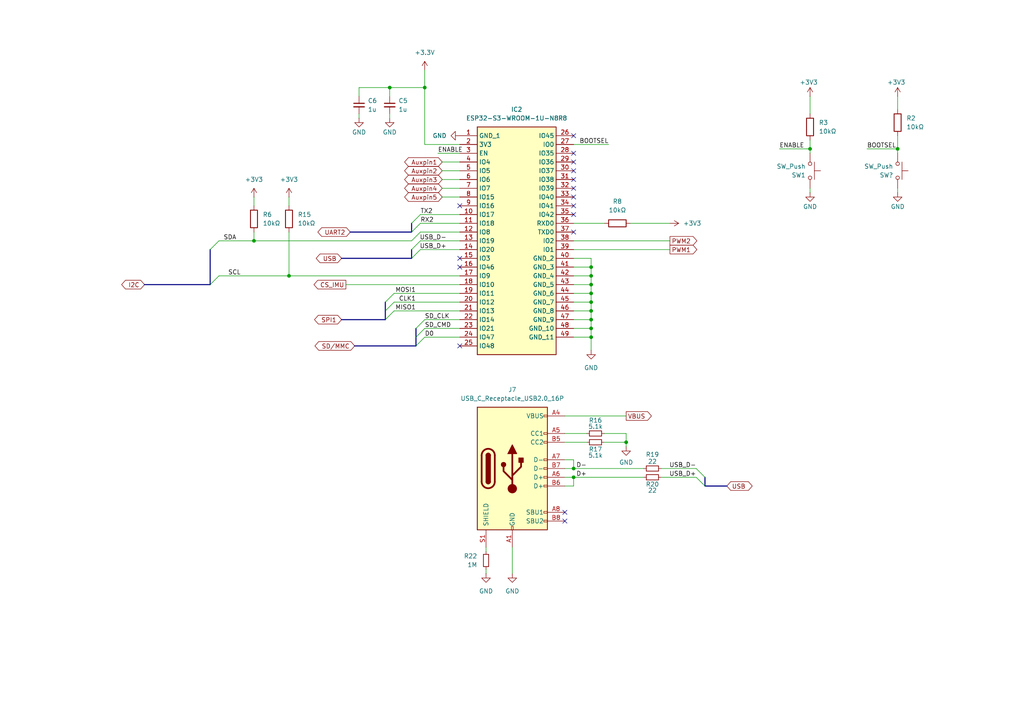
<source format=kicad_sch>
(kicad_sch (version 20250114) (generator "eeschema") (generator_version "9.0")
  (paper "A4")
  (lib_symbols
    (symbol "Connector:USB_C_Receptacle_USB2.0_16P" (pin_names (offset 1.016))
      (property "Reference" "J" (at 0 22.225 0))
      (property "Value" "USB_C_Receptacle_USB2.0_16P" (at 0 19.685 0))
      (symbol "USB_C_Receptacle_USB2.0_16P_0_0"
        (rectangle (start -0.254 -17.78) (end 0.254 -16.764))
        (rectangle (start 10.16 15.494) (end 9.144 14.986))
        (rectangle (start 10.16 10.414) (end 9.144 9.906))
        (rectangle (start 10.16 7.874) (end 9.144 7.366))
        (rectangle (start 10.16 2.794) (end 9.144 2.286))
        (rectangle (start 10.16 0.254) (end 9.144 -0.254))
        (rectangle (start 10.16 -2.286) (end 9.144 -2.794))
        (rectangle (start 10.16 -4.826) (end 9.144 -5.334))
        (rectangle (start 10.16 -12.446) (end 9.144 -12.954))
        (rectangle (start 10.16 -14.986) (end 9.144 -15.494))
      )
      (symbol "USB_C_Receptacle_USB2.0_16P_0_1"
        (rectangle (start -10.16 17.78) (end 10.16 -17.78) (stroke (width 0.254)) (fill (type background)))
        (polyline (pts (xy -8.89 -3.81) (xy -8.89 3.81)) (stroke (width 0.508)))
        (rectangle (start -7.62 -3.81) (end -6.35 3.81) (stroke (width 0.254)) (fill (type outline)))
        (arc (start -7.62 3.81) (mid -6.985 4.4423) (end -6.35 3.81) (stroke (width 0.254)))
        (arc (start -7.62 3.81) (mid -6.985 4.4423) (end -6.35 3.81) (stroke (width 0.254)) (fill (type outline)))
        (arc (start -8.89 3.81) (mid -6.985 5.7067) (end -5.08 3.81) (stroke (width 0.508)))
        (arc (start -5.08 -3.81) (mid -6.985 -5.7067) (end -8.89 -3.81) (stroke (width 0.508)))
        (arc (start -6.35 -3.81) (mid -6.985 -4.4423) (end -7.62 -3.81) (stroke (width 0.254)))
        (arc (start -6.35 -3.81) (mid -6.985 -4.4423) (end -7.62 -3.81) (stroke (width 0.254)) (fill (type outline)))
        (polyline (pts (xy -5.08 3.81) (xy -5.08 -3.81)) (stroke (width 0.508)))
        (circle (center -2.54 1.143) (radius 0.635) (stroke (width 0.254)) (fill (type outline)))
        (polyline (pts (xy -1.27 4.318) (xy 0 6.858) (xy 1.27 4.318) (xy -1.27 4.318)) (stroke (width 0.254)) (fill (type outline)))
        (polyline (pts (xy 0 -2.032) (xy 2.54 0.508) (xy 2.54 1.778)) (stroke (width 0.508)))
        (polyline (pts (xy 0 -3.302) (xy -2.54 -0.762) (xy -2.54 0.508)) (stroke (width 0.508)))
        (polyline (pts (xy 0 -5.842) (xy 0 4.318)) (stroke (width 0.508)))
        (circle (center 0 -5.842) (radius 1.27) (fill (type outline)))
        (rectangle (start 1.905 1.778) (end 3.175 3.048) (stroke (width 0.254)) (fill (type outline)))
      )
      (symbol "USB_C_Receptacle_USB2.0_16P_1_1"
        (pin passive line (at -7.62 -22.86 90) (length 5.08) (name "SHIELD") (number "S1"))
        (pin passive line (at 0 -22.86 90) (length 5.08) (name "GND") (number "A1"))
        (pin passive line (at 0 -22.86 90) (length 5.08) (hide yes) (name "GND") (number "A12"))
        (pin passive line (at 0 -22.86 90) (length 5.08) (hide yes) (name "GND") (number "B1"))
        (pin passive line (at 0 -22.86 90) (length 5.08) (hide yes) (name "GND") (number "B12"))
        (pin passive line (at 15.24 15.24 180) (length 5.08) (name "VBUS") (number "A4"))
        (pin passive line (at 15.24 15.24 180) (length 5.08) (hide yes) (name "VBUS") (number "A9"))
        (pin passive line (at 15.24 15.24 180) (length 5.08) (hide yes) (name "VBUS") (number "B4"))
        (pin passive line (at 15.24 15.24 180) (length 5.08) (hide yes) (name "VBUS") (number "B9"))
        (pin bidirectional line (at 15.24 10.16 180) (length 5.08) (name "CC1") (number "A5"))
        (pin bidirectional line (at 15.24 7.62 180) (length 5.08) (name "CC2") (number "B5"))
        (pin bidirectional line (at 15.24 2.54 180) (length 5.08) (name "D-") (number "A7"))
        (pin bidirectional line (at 15.24 0 180) (length 5.08) (name "D-") (number "B7"))
        (pin bidirectional line (at 15.24 -2.54 180) (length 5.08) (name "D+") (number "A6"))
        (pin bidirectional line (at 15.24 -5.08 180) (length 5.08) (name "D+") (number "B6"))
        (pin bidirectional line (at 15.24 -12.7 180) (length 5.08) (name "SBU1") (number "A8"))
        (pin bidirectional line (at 15.24 -15.24 180) (length 5.08) (name "SBU2") (number "B8"))
      )
    )
    (symbol "Device:C_Small" (pin_numbers (hide yes)) (pin_names (offset 0.254) (hide yes))
      (property "Reference" "C" (at 0.254 1.778 0))
      (property "Value" "C_Small" (at 0.254 -2.032 0))
      (symbol "C_Small_0_1"
        (polyline (pts (xy -1.524 0.508) (xy 1.524 0.508)) (stroke (width 0.3048)))
        (polyline (pts (xy -1.524 -0.508) (xy 1.524 -0.508)) (stroke (width 0.3302)))
      )
      (symbol "C_Small_1_1"
        (pin passive line (at 0 2.54 270) (length 2.032) (name "~") (number "1"))
        (pin passive line (at 0 -2.54 90) (length 2.032) (name "~") (number "2"))
      )
    )
    (symbol "Device:R" (pin_numbers (hide yes)) (pin_names (offset 0))
      (property "Reference" "R" (at 2.032 0 90))
      (property "Value" "R" (at 0 0 90))
      (symbol "R_0_1"
        (rectangle (start -1.016 -2.54) (end 1.016 2.54) (stroke (width 0.254)))
      )
      (symbol "R_1_1"
        (pin passive line (at 0 3.81 270) (length 1.27) (name "~") (number "1"))
        (pin passive line (at 0 -3.81 90) (length 1.27) (name "~") (number "2"))
      )
    )
    (symbol "Device:R_Small" (pin_numbers (hide yes)) (pin_names (offset 0.254) (hide yes))
      (property "Reference" "R" (at 0 0 90))
      (property "Value" "R_Small" (at 1.778 0 90))
      (symbol "R_Small_0_1"
        (rectangle (start -0.762 1.778) (end 0.762 -1.778) (stroke (width 0.2032)))
      )
      (symbol "R_Small_1_1"
        (pin passive line (at 0 2.54 270) (length 0.762) (name "~") (number "1"))
        (pin passive line (at 0 -2.54 90) (length 0.762) (name "~") (number "2"))
      )
    )
    (symbol "ESP32-S3-WROOM-1U-N8R8:ESP32-S3-WROOM-1U-N8R8"
      (property "Reference" "IC" (at 29.21 7.62 0))
      (property "Value" "ESP32-S3-WROOM-1U-N8R8" (at 29.21 5.08 0))
      (symbol "ESP32-S3-WROOM-1U-N8R8_1_1"
        (rectangle (start 5.08 2.54) (end 27.94 -63.5) (stroke (width 0.254)) (fill (type background)))
        (pin passive line (at 0 0 0) (length 5.08) (name "GND_1") (number "1"))
        (pin passive line (at 0 -2.54 0) (length 5.08) (name "3V3") (number "2"))
        (pin passive line (at 0 -5.08 0) (length 5.08) (name "EN") (number "3"))
        (pin passive line (at 0 -7.62 0) (length 5.08) (name "IO4") (number "4"))
        (pin passive line (at 0 -10.16 0) (length 5.08) (name "IO5") (number "5"))
        (pin passive line (at 0 -12.7 0) (length 5.08) (name "IO6") (number "6"))
        (pin passive line (at 0 -15.24 0) (length 5.08) (name "IO7") (number "7"))
        (pin passive line (at 0 -17.78 0) (length 5.08) (name "IO15") (number "8"))
        (pin passive line (at 0 -20.32 0) (length 5.08) (name "IO16") (number "9"))
        (pin passive line (at 0 -22.86 0) (length 5.08) (name "IO17") (number "10"))
        (pin passive line (at 0 -25.4 0) (length 5.08) (name "IO18") (number "11"))
        (pin passive line (at 0 -27.94 0) (length 5.08) (name "IO8") (number "12"))
        (pin passive line (at 0 -30.48 0) (length 5.08) (name "IO19") (number "13"))
        (pin passive line (at 0 -33.02 0) (length 5.08) (name "IO20") (number "14"))
        (pin passive line (at 0 -35.56 0) (length 5.08) (name "IO3") (number "15"))
        (pin passive line (at 0 -38.1 0) (length 5.08) (name "IO46") (number "16"))
        (pin passive line (at 0 -40.64 0) (length 5.08) (name "IO9") (number "17"))
        (pin passive line (at 0 -43.18 0) (length 5.08) (name "IO10") (number "18"))
        (pin passive line (at 0 -45.72 0) (length 5.08) (name "IO11") (number "19"))
        (pin passive line (at 0 -48.26 0) (length 5.08) (name "IO12") (number "20"))
        (pin passive line (at 0 -50.8 0) (length 5.08) (name "IO13") (number "21"))
        (pin passive line (at 0 -53.34 0) (length 5.08) (name "IO14") (number "22"))
        (pin passive line (at 0 -55.88 0) (length 5.08) (name "IO21") (number "23"))
        (pin passive line (at 0 -58.42 0) (length 5.08) (name "IO47") (number "24"))
        (pin passive line (at 0 -60.96 0) (length 5.08) (name "IO48") (number "25"))
        (pin passive line (at 33.02 0 180) (length 5.08) (name "IO45") (number "26"))
        (pin passive line (at 33.02 -2.54 180) (length 5.08) (name "IO0") (number "27"))
        (pin passive line (at 33.02 -5.08 180) (length 5.08) (name "IO35") (number "28"))
        (pin passive line (at 33.02 -7.62 180) (length 5.08) (name "IO36") (number "29"))
        (pin passive line (at 33.02 -10.16 180) (length 5.08) (name "IO37") (number "30"))
        (pin passive line (at 33.02 -12.7 180) (length 5.08) (name "IO38") (number "31"))
        (pin passive line (at 33.02 -15.24 180) (length 5.08) (name "IO39") (number "32"))
        (pin passive line (at 33.02 -17.78 180) (length 5.08) (name "IO40") (number "33"))
        (pin passive line (at 33.02 -20.32 180) (length 5.08) (name "IO41") (number "34"))
        (pin passive line (at 33.02 -22.86 180) (length 5.08) (name "IO42") (number "35"))
        (pin passive line (at 33.02 -25.4 180) (length 5.08) (name "RXD0") (number "36"))
        (pin passive line (at 33.02 -27.94 180) (length 5.08) (name "TXD0") (number "37"))
        (pin passive line (at 33.02 -30.48 180) (length 5.08) (name "IO2") (number "38"))
        (pin passive line (at 33.02 -33.02 180) (length 5.08) (name "IO1") (number "39"))
        (pin passive line (at 33.02 -35.56 180) (length 5.08) (name "GND_2") (number "40"))
        (pin passive line (at 33.02 -38.1 180) (length 5.08) (name "GND_3") (number "41"))
        (pin passive line (at 33.02 -40.64 180) (length 5.08) (name "GND_4") (number "42"))
        (pin passive line (at 33.02 -43.18 180) (length 5.08) (name "GND_5") (number "43"))
        (pin passive line (at 33.02 -45.72 180) (length 5.08) (name "GND_6") (number "44"))
        (pin passive line (at 33.02 -48.26 180) (length 5.08) (name "GND_7") (number "45"))
        (pin passive line (at 33.02 -50.8 180) (length 5.08) (name "GND_8") (number "46"))
        (pin passive line (at 33.02 -53.34 180) (length 5.08) (name "GND_9") (number "47"))
        (pin passive line (at 33.02 -55.88 180) (length 5.08) (name "GND_10") (number "48"))
        (pin passive line (at 33.02 -58.42 180) (length 5.08) (name "GND_11") (number "49"))
      )
    )
    (symbol "Switch:SW_Push" (pin_numbers (hide yes)) (pin_names (offset 1.016) (hide yes))
      (property "Reference" "SW" (at 1.27 2.54 0))
      (property "Value" "SW_Push" (at 0 -1.524 0))
      (symbol "SW_Push_0_1"
        (circle (center -2.032 0) (radius 0.508))
        (polyline (pts (xy 0 1.27) (xy 0 3.048)))
        (circle (center 2.032 0) (radius 0.508))
        (polyline (pts (xy 2.54 1.27) (xy -2.54 1.27)))
        (pin passive line (at -5.08 0 0) (length 2.54) (name "1") (number "1"))
        (pin passive line (at 5.08 0 180) (length 2.54) (name "2") (number "2"))
      )
    )
    (symbol "power:+3.3V" (power) (pin_numbers (hide yes)) (pin_names (offset 0) (hide yes))
      (property "Value" "+3.3V" (at 0 3.556 0))
      (symbol "+3.3V_0_1"
        (polyline (pts (xy -0.762 1.27) (xy 0 2.54)))
        (polyline (pts (xy 0 2.54) (xy 0.762 1.27)))
        (polyline (pts (xy 0 0) (xy 0 2.54)))
      )
      (symbol "+3.3V_1_1"
        (pin power_in line (at 0 0 90) (length 0) (name "~") (number "1"))
      )
    )
    (symbol "power:+3V3" (power) (pin_numbers (hide yes)) (pin_names (offset 0) (hide yes))
      (property "Value" "+3V3" (at 0 3.556 0))
      (symbol "+3V3_0_1"
        (polyline (pts (xy -0.762 1.27) (xy 0 2.54)))
        (polyline (pts (xy 0 2.54) (xy 0.762 1.27)))
        (polyline (pts (xy 0 0) (xy 0 2.54)))
      )
      (symbol "+3V3_1_1"
        (pin power_in line (at 0 0 90) (length 0) (name "~") (number "1"))
      )
    )
    (symbol "power:GND" (power) (pin_numbers (hide yes)) (pin_names (offset 0) (hide yes))
      (property "Value" "GND" (at 0 -3.81 0))
      (symbol "GND_0_1"
        (polyline (pts (xy 0 0) (xy 0 -1.27) (xy 1.27 -1.27) (xy 0 -2.54) (xy -1.27 -1.27) (xy 0 -1.27)))
      )
      (symbol "GND_1_1"
        (pin power_in line (at 0 0 270) (length 0) (name "~") (number "1"))
      )
    )
  )
  (junction (at 113.03 25.4))
  (junction (at 171.45 95.25))
  (junction (at 83.82 80.01))
  (junction (at 123.19 25.4))
  (junction (at 171.45 85.09))
  (junction (at 171.45 82.55))
  (junction (at 171.45 80.01))
  (junction (at 260.35 43.18))
  (junction (at 166.37 138.43))
  (junction (at 73.66 69.85))
  (junction (at 171.45 90.17))
  (junction (at 181.61 128.27))
  (junction (at 171.45 92.71))
  (junction (at 234.95 43.18))
  (junction (at 171.45 97.79))
  (junction (at 171.45 77.47))
  (junction (at 171.45 87.63))
  (junction (at 166.37 135.89))
  (no_connect (at 166.37 39.37))
  (no_connect (at 133.35 100.33))
  (no_connect (at 166.37 49.53))
  (no_connect (at 133.35 59.69))
  (no_connect (at 133.35 77.47))
  (no_connect (at 166.37 59.69))
  (no_connect (at 166.37 46.99))
  (no_connect (at 166.37 44.45))
  (no_connect (at 166.37 54.61))
  (no_connect (at 166.37 62.23))
  (no_connect (at 163.83 148.59))
  (no_connect (at 133.35 74.93))
  (no_connect (at 166.37 67.31))
  (no_connect (at 166.37 57.15))
  (no_connect (at 163.83 151.13))
  (no_connect (at 166.37 52.07))
  (bus_entry (at 63.5 69.85) (size -2.54 2.54))
  (bus_entry (at 119.38 67.31) (size 2.54 -2.54))
  (bus_entry (at 114.3 85.09) (size -2.54 2.54))
  (bus_entry (at 119.38 64.77) (size 2.54 -2.54))
  (bus_entry (at 201.93 138.43) (size 2.54 2.54))
  (bus_entry (at 119.38 72.39) (size 2.54 -2.54))
  (bus_entry (at 63.5 80.01) (size -2.54 2.54))
  (bus_entry (at 114.3 90.17) (size -2.54 2.54))
  (bus_entry (at 201.93 135.89) (size 2.54 2.54))
  (bus_entry (at 114.3 87.63) (size -2.54 2.54))
  (bus_entry (at 123.19 95.25) (size -2.54 2.54))
  (bus_entry (at 123.19 97.79) (size -2.54 2.54))
  (bus_entry (at 123.19 92.71) (size -2.54 2.54))
  (bus_entry (at 119.38 74.93) (size 2.54 -2.54))
  (wire (pts (xy 113.03 27.94) (xy 113.03 25.4)))
  (wire (pts (xy 226.06 43.18) (xy 234.95 43.18)))
  (bus (pts (xy 204.47 140.97) (xy 210.82 140.97)))
  (bus (pts (xy 60.96 72.39) (xy 60.96 82.55)))
  (wire (pts (xy 113.03 34.29) (xy 113.03 33.02)))
  (wire (pts (xy 128.27 46.99) (xy 133.35 46.99)))
  (wire (pts (xy 166.37 74.93) (xy 171.45 74.93)))
  (wire (pts (xy 166.37 135.89) (xy 186.69 135.89)))
  (bus (pts (xy 119.38 64.77) (xy 119.38 67.31)))
  (wire (pts (xy 123.19 92.71) (xy 133.35 92.71)))
  (wire (pts (xy 133.35 41.91) (xy 123.19 41.91)))
  (wire (pts (xy 260.35 27.94) (xy 260.35 31.75)))
  (wire (pts (xy 166.37 64.77) (xy 175.26 64.77)))
  (wire (pts (xy 104.14 25.4) (xy 113.03 25.4)))
  (wire (pts (xy 166.37 135.89) (xy 166.37 133.35)))
  (bus (pts (xy 41.91 82.55) (xy 60.96 82.55)))
  (wire (pts (xy 163.83 128.27) (xy 170.18 128.27)))
  (wire (pts (xy 171.45 80.01) (xy 171.45 82.55)))
  (wire (pts (xy 171.45 90.17) (xy 171.45 92.71)))
  (wire (pts (xy 260.35 39.37) (xy 260.35 43.18)))
  (wire (pts (xy 182.88 64.77) (xy 194.31 64.77)))
  (wire (pts (xy 166.37 85.09) (xy 171.45 85.09)))
  (wire (pts (xy 123.19 41.91) (xy 123.19 25.4)))
  (bus (pts (xy 111.76 87.63) (xy 111.76 90.17)))
  (bus (pts (xy 111.76 92.71) (xy 99.06 92.71)))
  (wire (pts (xy 175.26 128.27) (xy 181.61 128.27)))
  (wire (pts (xy 166.37 82.55) (xy 171.45 82.55)))
  (wire (pts (xy 260.35 55.88) (xy 260.35 54.61)))
  (wire (pts (xy 114.3 85.09) (xy 133.35 85.09)))
  (wire (pts (xy 166.37 133.35) (xy 163.83 133.35)))
  (wire (pts (xy 128.27 49.53) (xy 133.35 49.53)))
  (wire (pts (xy 113.03 25.4) (xy 123.19 25.4)))
  (bus (pts (xy 99.06 74.93) (xy 119.38 74.93)))
  (wire (pts (xy 163.83 135.89) (xy 166.37 135.89)))
  (wire (pts (xy 171.45 87.63) (xy 171.45 90.17)))
  (bus (pts (xy 119.38 72.39) (xy 119.38 74.93)))
  (wire (pts (xy 166.37 77.47) (xy 171.45 77.47)))
  (wire (pts (xy 140.97 165.1) (xy 140.97 166.37)))
  (wire (pts (xy 234.95 43.18) (xy 234.95 44.45)))
  (wire (pts (xy 163.83 125.73) (xy 170.18 125.73)))
  (wire (pts (xy 123.19 95.25) (xy 133.35 95.25)))
  (wire (pts (xy 181.61 125.73) (xy 181.61 128.27)))
  (wire (pts (xy 63.5 69.85) (xy 73.66 69.85)))
  (wire (pts (xy 166.37 87.63) (xy 171.45 87.63)))
  (wire (pts (xy 234.95 40.64) (xy 234.95 43.18)))
  (wire (pts (xy 121.92 67.31) (xy 133.35 67.31)))
  (wire (pts (xy 83.82 80.01) (xy 133.35 80.01)))
  (wire (pts (xy 260.35 43.18) (xy 260.35 44.45)))
  (wire (pts (xy 73.66 57.15) (xy 73.66 59.69)))
  (wire (pts (xy 166.37 138.43) (xy 163.83 138.43)))
  (wire (pts (xy 73.66 67.31) (xy 73.66 69.85)))
  (wire (pts (xy 194.31 69.85) (xy 166.37 69.85)))
  (wire (pts (xy 127 44.45) (xy 133.35 44.45)))
  (wire (pts (xy 166.37 97.79) (xy 171.45 97.79)))
  (wire (pts (xy 171.45 97.79) (xy 171.45 101.6)))
  (wire (pts (xy 140.97 160.02) (xy 140.97 158.75)))
  (wire (pts (xy 166.37 90.17) (xy 171.45 90.17)))
  (wire (pts (xy 166.37 95.25) (xy 171.45 95.25)))
  (wire (pts (xy 128.27 57.15) (xy 133.35 57.15)))
  (wire (pts (xy 181.61 128.27) (xy 181.61 129.54)))
  (wire (pts (xy 163.83 120.65) (xy 181.61 120.65)))
  (wire (pts (xy 73.66 69.85) (xy 119.38 69.85)))
  (wire (pts (xy 175.26 125.73) (xy 181.61 125.73)))
  (bus (pts (xy 102.87 100.33) (xy 120.65 100.33)))
  (wire (pts (xy 114.3 87.63) (xy 133.35 87.63)))
  (wire (pts (xy 171.45 92.71) (xy 171.45 95.25)))
  (bus (pts (xy 120.65 97.79) (xy 120.65 100.33)))
  (wire (pts (xy 148.59 158.75) (xy 148.59 166.37)))
  (wire (pts (xy 123.19 97.79) (xy 133.35 97.79)))
  (wire (pts (xy 63.5 80.01) (xy 83.82 80.01)))
  (wire (pts (xy 171.45 74.93) (xy 171.45 77.47)))
  (wire (pts (xy 104.14 27.94) (xy 104.14 25.4)))
  (wire (pts (xy 166.37 72.39) (xy 194.31 72.39)))
  (wire (pts (xy 234.95 27.94) (xy 234.95 33.02)))
  (wire (pts (xy 163.83 140.97) (xy 166.37 140.97)))
  (bus (pts (xy 204.47 138.43) (xy 204.47 140.97)))
  (wire (pts (xy 83.82 67.31) (xy 83.82 80.01)))
  (wire (pts (xy 133.35 72.39) (xy 121.92 72.39)))
  (wire (pts (xy 234.95 55.88) (xy 234.95 54.61)))
  (wire (pts (xy 83.82 57.15) (xy 83.82 59.69)))
  (wire (pts (xy 191.77 135.89) (xy 201.93 135.89)))
  (wire (pts (xy 128.27 52.07) (xy 133.35 52.07)))
  (wire (pts (xy 121.92 62.23) (xy 133.35 62.23)))
  (bus (pts (xy 101.6 67.31) (xy 119.38 67.31)))
  (wire (pts (xy 121.92 67.31) (xy 119.38 69.85)))
  (wire (pts (xy 121.92 64.77) (xy 133.35 64.77)))
  (wire (pts (xy 104.14 34.29) (xy 104.14 33.02)))
  (wire (pts (xy 251.46 43.18) (xy 260.35 43.18)))
  (wire (pts (xy 171.45 95.25) (xy 171.45 97.79)))
  (wire (pts (xy 166.37 140.97) (xy 166.37 138.43)))
  (wire (pts (xy 171.45 85.09) (xy 171.45 87.63)))
  (wire (pts (xy 191.77 138.43) (xy 201.93 138.43)))
  (wire (pts (xy 166.37 80.01) (xy 171.45 80.01)))
  (wire (pts (xy 123.19 25.4) (xy 123.19 20.32)))
  (wire (pts (xy 128.27 54.61) (xy 133.35 54.61)))
  (wire (pts (xy 166.37 138.43) (xy 186.69 138.43)))
  (wire (pts (xy 171.45 82.55) (xy 171.45 85.09)))
  (wire (pts (xy 100.33 82.55) (xy 133.35 82.55)))
  (wire (pts (xy 166.37 41.91) (xy 176.53 41.91)))
  (wire (pts (xy 121.92 69.85) (xy 133.35 69.85)))
  (bus (pts (xy 120.65 95.25) (xy 120.65 97.79)))
  (bus (pts (xy 111.76 90.17) (xy 111.76 92.71)))
  (wire (pts (xy 166.37 92.71) (xy 171.45 92.71)))
  (wire (pts (xy 171.45 77.47) (xy 171.45 80.01)))
  (wire (pts (xy 114.3 90.17) (xy 133.35 90.17)))
  (label "RX2" (at 121.92 64.77 0))
  (label "MISO1" (at 120.65 90.17 180))
  (label "BOOTSEL" (at 251.46 43.18 0))
  (label "SD_CMD" (at 123.19 95.25 0))
  (label "BOOTSEL" (at 176.53 41.91 180))
  (label "MOSI1" (at 120.65 85.09 180))
  (label "SDA" (at 68.58 69.85 180))
  (label "USB_D+" (at 129.54 72.39 180))
  (label "USB_D-" (at 129.54 69.85 180))
  (label "SD_CLK" (at 123.19 92.71 0))
  (label "D-" (at 170.18 135.89 180))
  (label "D0" (at 123.19 97.79 0))
  (label "TX2" (at 121.92 62.23 0))
  (label "CLK1" (at 120.65 87.63 180))
  (label "SCL" (at 69.85 80.01 180))
  (label "ENABLE" (at 127 44.45 0))
  (label "D+" (at 170.18 138.43 180))
  (label "USB_D+" (at 201.93 138.43 180))
  (label "ENABLE" (at 226.06 43.18 0))
  (label "USB_D-" (at 201.93 135.89 180))
  (global_label "VBUS" (shape output) (at 181.61 120.65 0) (property "Intersheetrefs" "${INTERSHEET_REFS}" (effects (hide yes))))
  (global_label "Auxpin1" (shape bidirectional) (at 128.27 46.99 180) (property "Intersheetrefs" "${INTERSHEET_REFS}" (effects (hide yes))))
  (global_label "Auxpin3" (shape bidirectional) (at 128.27 52.07 180) (property "Intersheetrefs" "${INTERSHEET_REFS}" (effects (hide yes))))
  (global_label "CS_IMU" (shape output) (at 100.33 82.55 180) (property "Intersheetrefs" "${INTERSHEET_REFS}" (effects (hide yes))))
  (global_label "SPI1" (shape bidirectional) (at 99.06 92.71 180) (property "Intersheetrefs" "${INTERSHEET_REFS}" (effects (hide yes))))
  (global_label "Auxpin5" (shape bidirectional) (at 128.27 57.15 180) (property "Intersheetrefs" "${INTERSHEET_REFS}" (effects (hide yes))))
  (global_label "Auxpin4" (shape bidirectional) (at 128.27 54.61 180) (property "Intersheetrefs" "${INTERSHEET_REFS}" (effects (hide yes))))
  (global_label "UART2" (shape bidirectional) (at 101.6 67.31 180) (property "Intersheetrefs" "${INTERSHEET_REFS}" (effects (hide yes))))
  (global_label "SD{slash}MMC" (shape bidirectional) (at 102.87 100.33 180) (property "Intersheetrefs" "${INTERSHEET_REFS}" (effects (hide yes))))
  (global_label "PWM1" (shape output) (at 194.31 72.39 0) (property "Intersheetrefs" "${INTERSHEET_REFS}" (effects (hide yes))))
  (global_label "PWM2" (shape output) (at 194.31 69.85 0) (property "Intersheetrefs" "${INTERSHEET_REFS}" (effects (hide yes))))
  (global_label "USB" (shape bidirectional) (at 99.06 74.93 180) (property "Intersheetrefs" "${INTERSHEET_REFS}" (effects (hide yes))))
  (global_label "Auxpin2" (shape bidirectional) (at 128.27 49.53 180) (property "Intersheetrefs" "${INTERSHEET_REFS}" (effects (hide yes))))
  (global_label "I2C" (shape bidirectional) (at 41.91 82.55 180) (property "Intersheetrefs" "${INTERSHEET_REFS}" (effects (hide yes))))
  (global_label "USB" (shape bidirectional) (at 210.82 140.97 0) (property "Intersheetrefs" "${INTERSHEET_REFS}" (effects (hide yes))))
  (symbol (lib_id "power:GND") (at 140.97 166.37 0) (unit 1)
    (property "Reference" "#PWR031" (effects (hide yes)))
    (property "Value" "GND" (at 140.97 171.45 0))
    (property "Description" "Power symbol creates a global label with name \"GND\" , ground" (effects (hide yes)))
  )
  (symbol (lib_id "Device:R") (at 260.35 35.56 0) (mirror y) (unit 1)
    (property "Reference" "R2" (at 262.89 34.2899 0) (effects (justify right)))
    (property "Value" "10kΩ" (at 262.89 36.8299 0) (effects (justify right)))
    (property "Footprint" "Resistor_SMD:R_0603_1608Metric_Pad0.98x0.95mm_HandSolder" (effects (hide yes)))
    (property "Description" "Resistor" (effects (hide yes)))
  )
  (symbol (lib_id "power:GND") (at 234.95 55.88 0) (mirror y) (unit 1)
    (property "Reference" "#PWR048" (effects (hide yes)))
    (property "Value" "GND" (at 234.95 59.944 0))
    (property "Description" "Power symbol creates a global label with name \"GND\" , ground" (effects (hide yes)))
  )
  (symbol (lib_id "Device:R_Small") (at 172.72 125.73 270) (mirror x) (unit 1)
    (property "Reference" "R16" (at 172.72 121.92 90))
    (property "Value" "5.1k" (at 172.72 123.698 90))
    (property "Footprint" "Resistor_SMD:R_0603_1608Metric_Pad0.98x0.95mm_HandSolder" (effects (hide yes)))
    (property "Description" "Resistor, small symbol" (effects (hide yes)))
  )
  (symbol (lib_id "Device:R") (at 73.66 63.5 180) (unit 1)
    (property "Reference" "R6" (at 76.2 62.2299 0) (effects (justify right)))
    (property "Value" "10kΩ" (at 76.2 64.7699 0) (effects (justify right)))
    (property "Footprint" "Resistor_SMD:R_0603_1608Metric_Pad0.98x0.95mm_HandSolder" (effects (hide yes)))
    (property "Description" "Resistor" (effects (hide yes)))
  )
  (symbol (lib_id "Device:C_Small") (at 113.03 30.48 0) (unit 1)
    (property "Reference" "C5" (at 115.57 29.2162 0) (effects (justify left)))
    (property "Value" "1u" (at 115.57 31.7562 0) (effects (justify left)))
    (property "Footprint" "Capacitor_SMD:C_0603_1608Metric_Pad1.08x0.95mm_HandSolder" (effects (hide yes)))
    (property "Description" "Unpolarized capacitor, small symbol" (effects (hide yes)))
  )
  (symbol (lib_id "power:+3V3") (at 73.66 57.15 0) (unit 1)
    (property "Reference" "#PWR011" (effects (hide yes)))
    (property "Value" "+3V3" (at 73.66 52.07 0))
    (property "Description" "Power symbol creates a global label with name \"+3V3\"" (effects (hide yes)))
  )
  (symbol (lib_id "Device:C_Small") (at 104.14 30.48 0) (unit 1)
    (property "Reference" "C6" (at 106.68 29.2162 0) (effects (justify left)))
    (property "Value" "1u" (at 106.68 31.7562 0) (effects (justify left)))
    (property "Footprint" "Capacitor_SMD:C_0603_1608Metric_Pad1.08x0.95mm_HandSolder" (effects (hide yes)))
    (property "Description" "Unpolarized capacitor, small symbol" (effects (hide yes)))
  )
  (symbol (lib_id "Switch:SW_Push") (at 260.35 49.53 270) (unit 1)
    (property "Reference" "SW?" (at 259.08 50.8001 90) (effects (justify right)))
    (property "Value" "SW_Push" (at 259.08 48.2601 90) (effects (justify right)))
    (property "Footprint" "Buttons:C4B1802110" (effects (hide yes)))
    (property "Description" "Push button switch, generic, two pins" (effects (hide yes)))
  )
  (symbol (lib_id "Connector:USB_C_Receptacle_USB2.0_16P") (at 148.59 135.89 0) (unit 1)
    (property "Reference" "J7" (at 148.59 113.03 0))
    (property "Value" "USB_C_Receptacle_USB2.0_16P" (at 148.59 115.57 0))
    (property "Footprint" "Connector_USB:USB_C_Receptacle_G-Switch_GT-USB-7010ASV" (effects (hide yes)))
    (property "Datasheet" "https://www.usb.org/sites/default/files/documents/usb_type-c.zip" (effects (hide yes)))
    (property "Description" "USB 2.0-only 16P Type-C Receptacle connector" (effects (hide yes)))
  )
  (symbol (lib_id "power:GND") (at 171.45 101.6 0) (unit 1)
    (property "Reference" "#PWR025" (effects (hide yes)))
    (property "Value" "GND" (at 171.45 106.68 0))
    (property "Description" "Power symbol creates a global label with name \"GND\" , ground" (effects (hide yes)))
  )
  (symbol (lib_id "power:GND") (at 260.35 55.88 0) (unit 1)
    (property "Reference" "#PWR?" (effects (hide yes)))
    (property "Value" "GND" (at 258.318 59.944 0) (effects (justify left)))
    (property "Description" "Power symbol creates a global label with name \"GND\" , ground" (effects (hide yes)))
  )
  (symbol (lib_id "Device:R_Small") (at 189.23 138.43 90) (mirror x) (unit 1)
    (property "Reference" "R20" (at 189.23 140.462 90))
    (property "Value" "22" (at 189.23 142.24 90))
    (property "Footprint" "Resistor_SMD:R_0603_1608Metric_Pad0.98x0.95mm_HandSolder" (effects (hide yes)))
    (property "Description" "Resistor, small symbol" (effects (hide yes)))
  )
  (symbol (lib_id "power:+3.3V") (at 123.19 20.32 0) (unit 1)
    (property "Reference" "#PWR032" (effects (hide yes)))
    (property "Value" "+3.3V" (at 123.19 15.24 0))
    (property "Description" "Power symbol creates a global label with name \"+3.3V\"" (effects (hide yes)))
  )
  (symbol (lib_id "power:GND") (at 104.14 34.29 0) (mirror y) (unit 1)
    (property "Reference" "#PWR034" (effects (hide yes)))
    (property "Value" "GND" (at 104.14 38.354 0))
    (property "Description" "Power symbol creates a global label with name \"GND\" , ground" (effects (hide yes)))
  )
  (symbol (lib_id "Device:R_Small") (at 172.72 128.27 90) (mirror x) (unit 1)
    (property "Reference" "R17" (at 172.72 130.302 90))
    (property "Value" "5.1k" (at 172.72 132.08 90))
    (property "Footprint" "Resistor_SMD:R_0603_1608Metric_Pad0.98x0.95mm_HandSolder" (effects (hide yes)))
    (property "Description" "Resistor, small symbol" (effects (hide yes)))
  )
  (symbol (lib_id "Device:R_Small") (at 140.97 162.56 0) (unit 1)
    (property "Reference" "R22" (at 138.43 161.2899 0) (effects (justify right)))
    (property "Value" "1M" (at 138.43 163.8299 0) (effects (justify right)))
    (property "Footprint" "Resistor_SMD:R_0603_1608Metric_Pad0.98x0.95mm_HandSolder" (effects (hide yes)))
    (property "Description" "Resistor, small symbol" (effects (hide yes)))
  )
  (symbol (lib_id "power:+3V3") (at 194.31 64.77 270) (unit 1)
    (property "Reference" "#PWR026" (effects (hide yes)))
    (property "Value" "+3V3" (at 198.12 64.7699 90) (effects (justify left)))
    (property "Description" "Power symbol creates a global label with name \"+3V3\"" (effects (hide yes)))
  )
  (symbol (lib_id "power:GND") (at 148.59 166.37 0) (unit 1)
    (property "Reference" "#PWR039" (effects (hide yes)))
    (property "Value" "GND" (at 148.59 171.45 0))
    (property "Description" "Power symbol creates a global label with name \"GND\" , ground" (effects (hide yes)))
  )
  (symbol (lib_id "power:GND") (at 181.61 129.54 0) (unit 1)
    (property "Reference" "#PWR049" (effects (hide yes)))
    (property "Value" "GND" (at 181.61 134.112 0))
    (property "Description" "Power symbol creates a global label with name \"GND\" , ground" (effects (hide yes)))
  )
  (symbol (lib_id "Device:R_Small") (at 189.23 135.89 90) (unit 1)
    (property "Reference" "R19" (at 189.23 131.826 90))
    (property "Value" "22" (at 189.23 133.858 90))
    (property "Footprint" "Resistor_SMD:R_0603_1608Metric_Pad0.98x0.95mm_HandSolder" (effects (hide yes)))
    (property "Description" "Resistor, small symbol" (effects (hide yes)))
  )
  (symbol (lib_id "Device:R") (at 83.82 63.5 180) (unit 1)
    (property "Reference" "R15" (at 86.36 62.2299 0) (effects (justify right)))
    (property "Value" "10kΩ" (at 86.36 64.7699 0) (effects (justify right)))
    (property "Footprint" "Resistor_SMD:R_0603_1608Metric_Pad0.98x0.95mm_HandSolder" (effects (hide yes)))
    (property "Description" "Resistor" (effects (hide yes)))
  )
  (symbol (lib_id "ESP32-S3-WROOM-1U-N8R8:ESP32-S3-WROOM-1U-N8R8") (at 133.35 39.37 0) (unit 1)
    (property "Reference" "IC2" (at 149.86 31.75 0))
    (property "Value" "ESP32-S3-WROOM-1U-N8R8" (at 149.86 34.29 0))
    (property "Footprint" "ESP32S3WROOM1UN8R8" (effects (hide yes)))
    (property "Datasheet" "https://www.espressif.com/sites/default/files/documentation/esp32-s3-wroom-1_wroom-1u_datasheet_en.pdf" (effects (hide yes)))
    (property "Description" "Multiprotocol Modules SMD Module, ESP32-S3R8, 8 MB Octal PSRAM Die, 8 MB Quad SPI Flash, IPEX Antenna Connector" (effects (hide yes)))
    (property "Height" "3.35" (effects (hide yes)))
    (property "Mouser Part Number" "356-ESP32S3WRM1UN8R8" (effects (hide yes)))
    (property "Mouser Price/Stock" "https://www.mouser.co.uk/ProductDetail/Espressif-Systems/ESP32-S3-WROOM-1U-N8R8?qs=Li%252BoUPsLEnvOglIa3CypaQ%3D%3D" (effects (hide yes)))
    (property "Manufacturer_Name" "Espressif Systems" (effects (hide yes)))
    (property "Manufacturer_Part_Number" "ESP32-S3-WROOM-1U-N8R8" (effects (hide yes)))
  )
  (symbol (lib_id "power:+3V3") (at 260.35 27.94 0) (mirror y) (unit 1)
    (property "Reference" "#PWR013" (effects (hide yes)))
    (property "Value" "+3V3" (at 257.302 23.876 0) (effects (justify right)))
    (property "Description" "Power symbol creates a global label with name \"+3V3\"" (effects (hide yes)))
  )
  (symbol (lib_id "power:+3V3") (at 83.82 57.15 0) (unit 1)
    (property "Reference" "#PWR037" (effects (hide yes)))
    (property "Value" "+3V3" (at 83.82 52.07 0))
    (property "Description" "Power symbol creates a global label with name \"+3V3\"" (effects (hide yes)))
  )
  (symbol (lib_id "power:+3V3") (at 234.95 27.94 0) (unit 1)
    (property "Reference" "#PWR015" (effects (hide yes)))
    (property "Value" "+3V3" (at 231.902 23.876 0) (effects (justify left)))
    (property "Description" "Power symbol creates a global label with name \"+3V3\"" (effects (hide yes)))
  )
  (symbol (lib_id "power:GND") (at 113.03 34.29 0) (mirror y) (unit 1)
    (property "Reference" "#PWR035" (effects (hide yes)))
    (property "Value" "GND" (at 113.03 38.354 0))
    (property "Description" "Power symbol creates a global label with name \"GND\" , ground" (effects (hide yes)))
  )
  (symbol (lib_id "Device:R") (at 234.95 36.83 180) (unit 1)
    (property "Reference" "R3" (at 237.49 35.5599 0) (effects (justify right)))
    (property "Value" "10kΩ" (at 237.49 38.0999 0) (effects (justify right)))
    (property "Footprint" "Resistor_SMD:R_0603_1608Metric_Pad0.98x0.95mm_HandSolder" (effects (hide yes)))
    (property "Description" "Resistor" (effects (hide yes)))
  )
  (symbol (lib_id "Switch:SW_Push") (at 234.95 49.53 270) (unit 1)
    (property "Reference" "SW1" (at 233.68 50.8001 90) (effects (justify right)))
    (property "Value" "SW_Push" (at 233.68 48.2601 90) (effects (justify right)))
    (property "Footprint" "Buttons:C4B1802110" (effects (hide yes)))
    (property "Description" "Push button switch, generic, two pins" (effects (hide yes)))
  )
  (symbol (lib_id "Device:R") (at 179.07 64.77 90) (unit 1)
    (property "Reference" "R8" (at 179.07 58.42 90))
    (property "Value" "10kΩ" (at 179.07 60.96 90))
    (property "Footprint" "Resistor_SMD:R_0603_1608Metric_Pad0.98x0.95mm_HandSolder" (effects (hide yes)))
    (property "Description" "Resistor" (effects (hide yes)))
  )
  (symbol (lib_id "power:GND") (at 133.35 39.37 270) (unit 1)
    (property "Reference" "#PWR01" (effects (hide yes)))
    (property "Value" "GND" (at 129.54 39.3699 90) (effects (justify right)))
    (property "Description" "Power symbol creates a global label with name \"GND\" , ground" (effects (hide yes)))
  )
)
</source>
